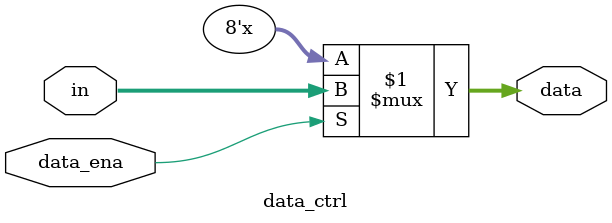
<source format=v>
module data_ctrl(
	data,
	in,
	data_ena
);

input [7:0]in;
output [7:0]data;
input data_ena;

assign data = (data_ena)?in:8'bzzzz_zzzz;
	
endmodule
</source>
